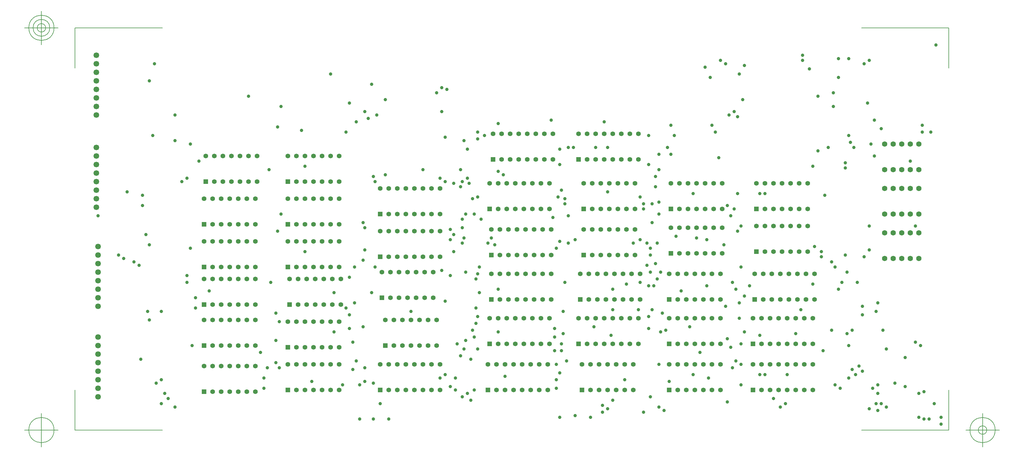
<source format=gbr>
G04 Generated by Ultiboard 14.1 *
%FSLAX24Y24*%
%MOIN*%

%ADD10C,0.0001*%
%ADD11C,0.0050*%
%ADD12C,0.0665*%
%ADD13C,0.0633*%
%ADD14C,0.0394*%
%ADD15C,0.0550*%
%ADD16R,0.0550X0.0550*%


G04 ColorRGB FF00CC for the following layer *
%LNSolder Mask Top*%
%LPD*%
G54D10*
G54D11*
X-35300Y-13100D02*
X-35300Y-8390D01*
X-35300Y-13100D02*
X-25080Y-13100D01*
X66900Y-13100D02*
X56680Y-13100D01*
X66900Y-13100D02*
X66900Y-8390D01*
X66900Y34004D02*
X66900Y29294D01*
X66900Y34004D02*
X56680Y34004D01*
X-35300Y34004D02*
X-25080Y34004D01*
X-35300Y34004D02*
X-35300Y29294D01*
X-37269Y-13100D02*
X-41206Y-13100D01*
X-39237Y-15069D02*
X-39237Y-11131D01*
X-40714Y-13100D02*
G75*
D01*
G02X-40714Y-13100I1477J0*
G01*
X68869Y-13100D02*
X72806Y-13100D01*
X70837Y-15069D02*
X70837Y-11131D01*
X69361Y-13100D02*
G75*
D01*
G02X69361Y-13100I1476J0*
G01*
X70345Y-13100D02*
G75*
D01*
G02X70345Y-13100I492J0*
G01*
X-37269Y34004D02*
X-41206Y34004D01*
X-39237Y32035D02*
X-39237Y35972D01*
X-40714Y34004D02*
G75*
D01*
G02X-40714Y34004I1477J0*
G01*
X-40221Y34004D02*
G75*
D01*
G02X-40221Y34004I984J0*
G01*
X-39729Y34004D02*
G75*
D01*
G02X-39729Y34004I492J0*
G01*
G54D12*
X-32600Y-2200D03*
X-32600Y-3200D03*
X-32600Y-4200D03*
X-32600Y-5200D03*
X-32600Y-6200D03*
X-32600Y-7200D03*
X-32600Y-8200D03*
X-32600Y-9200D03*
X-32600Y8400D03*
X-32600Y7400D03*
X-32600Y6400D03*
X-32600Y5400D03*
X-32600Y4400D03*
X-32600Y3400D03*
X-32600Y2400D03*
X-32600Y1400D03*
X-32800Y20000D03*
X-32800Y19000D03*
X-32800Y18000D03*
X-32800Y17000D03*
X-32800Y16000D03*
X-32800Y15000D03*
X-32800Y14000D03*
X-32800Y13000D03*
X-32800Y30800D03*
X-32800Y29800D03*
X-32800Y28800D03*
X-32800Y27800D03*
X-32800Y26800D03*
X-32800Y25800D03*
X-32800Y24800D03*
X-32800Y23800D03*
G54D13*
X60400Y10000D03*
X60400Y7000D03*
X63400Y10000D03*
X62400Y10000D03*
X61400Y10000D03*
X62400Y7000D03*
X63400Y7000D03*
X61400Y7000D03*
X59400Y10000D03*
X59400Y7000D03*
X60400Y15200D03*
X60400Y12200D03*
X63400Y15200D03*
X62400Y15200D03*
X61400Y15200D03*
X62400Y12200D03*
X63400Y12200D03*
X61400Y12200D03*
X59400Y15200D03*
X59400Y12200D03*
X60400Y20400D03*
X60400Y17400D03*
X63400Y20400D03*
X62400Y20400D03*
X61400Y20400D03*
X62400Y17400D03*
X63400Y17400D03*
X61400Y17400D03*
X59400Y20400D03*
X59400Y17400D03*
G54D14*
X27000Y20000D03*
X34000Y20000D03*
X7600Y24200D03*
X7600Y27000D03*
X11000Y-9600D03*
X32200Y11200D03*
X32200Y13400D03*
X31200Y13400D03*
X31800Y21400D03*
X59000Y22200D03*
X64000Y-8600D03*
X64000Y-11800D03*
X11400Y-8400D03*
X7400Y-7000D03*
X52000Y7800D03*
X51600Y19600D03*
X-3200Y25200D03*
X58600Y1800D03*
X58200Y23200D03*
X41000Y-9800D03*
X58600Y-10800D03*
X-600Y27400D03*
X41800Y12800D03*
X40800Y29800D03*
X59200Y-1400D03*
X57400Y25200D03*
X10600Y19800D03*
X-8400Y7800D03*
X-22800Y16000D03*
X-20800Y18400D03*
X23200Y9200D03*
X14200Y17200D03*
X11800Y21800D03*
X-26200Y21400D03*
X21400Y-11600D03*
X42800Y25600D03*
X9800Y17400D03*
X49800Y30800D03*
X-25200Y-7200D03*
X-13200Y-8200D03*
X59600Y-10400D03*
X8200Y26800D03*
X8000Y-6600D03*
X-12800Y-5800D03*
X-2400Y23000D03*
X-3600Y21800D03*
X-11800Y600D03*
X52000Y7200D03*
X54800Y7400D03*
X54800Y17600D03*
X56400Y-5600D03*
X53600Y6000D03*
X53400Y24800D03*
X10600Y16400D03*
X8600Y10400D03*
X33600Y-10800D03*
X-5400Y28600D03*
X42600Y10800D03*
X42400Y28600D03*
X-27600Y-4800D03*
X21000Y-8200D03*
X35600Y3200D03*
X14200Y-1600D03*
X55200Y-3200D03*
X61800Y-4600D03*
X64600Y-11800D03*
X66000Y-12400D03*
X-400Y-11800D03*
X-400Y-7600D03*
X44800Y14600D03*
X58000Y-8200D03*
X54200Y-8200D03*
X34200Y-7400D03*
X21400Y-6400D03*
X10000Y10600D03*
X10000Y11600D03*
X31800Y3800D03*
X52400Y14400D03*
X37000Y-6600D03*
X11000Y-4800D03*
X32200Y1000D03*
X27000Y14800D03*
X11800Y14200D03*
X13000Y8800D03*
X57600Y-10600D03*
X61800Y-8000D03*
X64800Y21800D03*
X37400Y9400D03*
X31800Y18000D03*
X21400Y18000D03*
X21400Y19800D03*
X33000Y12200D03*
X-19600Y3200D03*
X-30200Y7400D03*
X36600Y-1000D03*
X31800Y-1200D03*
X20600Y11800D03*
X55800Y20000D03*
X41600Y-5800D03*
X53200Y6600D03*
X1000Y25600D03*
X1000Y16800D03*
X-3200Y4800D03*
X59600Y-3600D03*
X40600Y8600D03*
X38600Y9200D03*
X32000Y8200D03*
X31600Y6200D03*
X10400Y5400D03*
X10400Y-2600D03*
X-8800Y22000D03*
X-26000Y29800D03*
X-26600Y8600D03*
X23200Y-11400D03*
X-23600Y23800D03*
X26600Y23000D03*
X20800Y-1200D03*
X20800Y-2200D03*
X14200Y3400D03*
X-3200Y-1200D03*
X41800Y24200D03*
X43000Y29600D03*
X-25200Y-10000D03*
X-2800Y-6000D03*
X27000Y-10600D03*
X-5000Y3000D03*
X-600Y3000D03*
X31200Y-11000D03*
X26400Y-11000D03*
X21800Y800D03*
X4000Y800D03*
X-27400Y13200D03*
X-12600Y17400D03*
X25400Y-1000D03*
X21800Y-1800D03*
X11400Y-2200D03*
X-2800Y-2800D03*
X37000Y14600D03*
X21200Y14200D03*
X51000Y17800D03*
X49800Y30200D03*
X-25800Y-7600D03*
X-13200Y-7000D03*
X27600Y-9600D03*
X65400Y32000D03*
X7000Y26400D03*
X8000Y16000D03*
X42000Y3400D03*
X54400Y4200D03*
X54000Y28200D03*
X0Y23800D03*
X-200Y16000D03*
X-1600Y6800D03*
X-1600Y-1000D03*
X-21600Y-3200D03*
X46400Y-9400D03*
X42600Y-5400D03*
X41400Y-3400D03*
X-5000Y-1600D03*
X55600Y-6000D03*
X25000Y-11600D03*
X1400Y-11800D03*
X56200Y4200D03*
X39000Y28200D03*
X-1400Y8000D03*
X55600Y-1400D03*
X38400Y29400D03*
X43000Y2600D03*
X56800Y1400D03*
X56800Y400D03*
X56800Y-6200D03*
X8600Y-8000D03*
X37800Y-4000D03*
X12600Y21400D03*
X8000Y21200D03*
X7400Y16400D03*
X9000Y7800D03*
X15000Y-6800D03*
X42200Y10200D03*
X41200Y23800D03*
X14800Y16800D03*
X22400Y8800D03*
X38600Y3800D03*
X32400Y3800D03*
X12000Y6000D03*
X12000Y3000D03*
X11600Y-600D03*
X45400Y14600D03*
X55000Y-1800D03*
X44800Y-2000D03*
X33000Y-5400D03*
X33000Y-10400D03*
X47200Y-10400D03*
X49600Y1000D03*
X55000Y5400D03*
X54800Y18200D03*
X-27800Y6200D03*
X33200Y-1600D03*
X27400Y-2000D03*
X11600Y1200D03*
X11200Y-1400D03*
X21600Y15000D03*
X58600Y-7800D03*
X53600Y-7800D03*
X42600Y-7800D03*
X22400Y20000D03*
X52800Y20000D03*
X51000Y4000D03*
X42000Y-5000D03*
X38800Y-7000D03*
X5400Y17400D03*
X49000Y-1800D03*
X31200Y12800D03*
X30800Y14200D03*
X23000Y20000D03*
X25600Y20000D03*
X42400Y0D03*
X42400Y1800D03*
X43600Y3800D03*
X32800Y8800D03*
X-26600Y27800D03*
X-21200Y2400D03*
X-29600Y7000D03*
X33400Y600D03*
X33800Y-1400D03*
X-22200Y5000D03*
X-21800Y8200D03*
X-21800Y20400D03*
X10000Y-9200D03*
X-2400Y-5000D03*
X-2600Y1800D03*
X11800Y200D03*
X50600Y29200D03*
X-24800Y-8800D03*
X57600Y30200D03*
X12200Y11600D03*
X21600Y-3000D03*
X63000Y10800D03*
X57600Y10800D03*
X32000Y5400D03*
X-2600Y6000D03*
X-200Y6000D03*
X27600Y1000D03*
X42600Y-3000D03*
X-21200Y1200D03*
X-26600Y-200D03*
X-2000Y-11800D03*
X-2000Y-7800D03*
X-4000Y-7800D03*
X57600Y8000D03*
X58200Y19000D03*
X40000Y18800D03*
X41000Y13200D03*
X-1400Y-7400D03*
X-1400Y-5800D03*
X-11400Y-5800D03*
X-11400Y-400D03*
X-3600Y1200D03*
X8000Y2000D03*
X-11800Y-2600D03*
X-11800Y-5200D03*
X-7600Y-7400D03*
X13400Y9400D03*
X59000Y-10000D03*
X65200Y-10000D03*
X-1600Y11200D03*
X57000Y7200D03*
X57000Y29800D03*
X-25200Y800D03*
X55400Y20600D03*
X41600Y4200D03*
X29000Y-7200D03*
X21000Y-7200D03*
X10600Y-8800D03*
X-23600Y-10400D03*
X-23600Y20800D03*
X10200Y20800D03*
X9800Y15400D03*
X7600Y5600D03*
X-11600Y10200D03*
X-8400Y17800D03*
X-22200Y16400D03*
X57800Y20400D03*
X58400Y800D03*
X55200Y-7000D03*
X21000Y8200D03*
X13800Y8600D03*
X11400Y12200D03*
X10400Y12200D03*
X10000Y8800D03*
X10200Y-3600D03*
X11800Y-3600D03*
X33000Y13600D03*
X33000Y17400D03*
X51200Y8400D03*
X56000Y-6600D03*
X47800Y-10000D03*
X58400Y-10000D03*
X63800Y22600D03*
X39200Y22600D03*
X-1400Y24200D03*
X-1400Y10600D03*
X52200Y-3800D03*
X54000Y30400D03*
X-32600Y12000D03*
X-11200Y12200D03*
X14200Y22800D03*
X-11600Y22400D03*
X9800Y-4400D03*
X22000Y14000D03*
X42200Y14600D03*
X42200Y23600D03*
X10800Y15800D03*
X10200Y9400D03*
X9400Y-3000D03*
X51600Y26000D03*
X10000Y16000D03*
X8600Y9200D03*
X60600Y-7600D03*
X63800Y21800D03*
X39600Y21800D03*
X-11200Y24800D03*
X41400Y12000D03*
X40200Y30200D03*
X-24400Y-9400D03*
X-13600Y-4000D03*
X44800Y-6600D03*
X33200Y5400D03*
X32800Y4600D03*
X30800Y4200D03*
X21600Y-3800D03*
X20800Y-3800D03*
X41000Y-2400D03*
X32000Y-9200D03*
X26400Y-10200D03*
X400Y-10000D03*
X54000Y3400D03*
X53400Y26400D03*
X9000Y15800D03*
X9000Y9800D03*
X43000Y-1600D03*
X53200Y-1400D03*
X-15000Y26000D03*
X31600Y8800D03*
X30000Y8800D03*
X22400Y12000D03*
X11200Y14000D03*
X8600Y5000D03*
X-26800Y800D03*
X34800Y21400D03*
X55200Y21400D03*
X55200Y30400D03*
X66000Y-11600D03*
X63400Y-11600D03*
X63400Y-8800D03*
X58600Y-8800D03*
X9200Y-7000D03*
X9200Y-8400D03*
X11800Y5200D03*
X-3200Y400D03*
X-12400Y4200D03*
X-22200Y4200D03*
X32600Y15400D03*
X48000Y-6600D03*
X45400Y-6600D03*
X32600Y16600D03*
X33000Y19200D03*
X34400Y19200D03*
X34400Y22600D03*
X11800Y21000D03*
X-400Y16600D03*
X31800Y200D03*
X30600Y1000D03*
X-27400Y14400D03*
X-29200Y14800D03*
X27600Y3400D03*
X22200Y-5000D03*
X21000Y-5400D03*
X32000Y7400D03*
X29200Y4000D03*
X62400Y18400D03*
X63000Y-2800D03*
X42600Y6000D03*
X32600Y6400D03*
X30800Y9200D03*
X-28400Y6600D03*
X11600Y4600D03*
X22000Y13400D03*
X21400Y9000D03*
X63600Y-3200D03*
X22000Y4200D03*
X35000Y9600D03*
X40800Y1400D03*
X20400Y23200D03*
X-1000Y23400D03*
X-27000Y9800D03*
G54D15*
X34200Y5200D03*
X37200Y2200D03*
X35200Y2200D03*
X36200Y2200D03*
X38200Y2200D03*
X39200Y2200D03*
X40200Y2200D03*
X40200Y5200D03*
X37200Y5200D03*
X35200Y5200D03*
X36200Y5200D03*
X38200Y5200D03*
X39200Y5200D03*
X34200Y0D03*
X37200Y-3000D03*
X35200Y-3000D03*
X36200Y-3000D03*
X38200Y-3000D03*
X39200Y-3000D03*
X40200Y-3000D03*
X40200Y0D03*
X37200Y0D03*
X35200Y0D03*
X36200Y0D03*
X38200Y0D03*
X39200Y0D03*
X34200Y-5400D03*
X37200Y-8400D03*
X35200Y-8400D03*
X36200Y-8400D03*
X38200Y-8400D03*
X39200Y-8400D03*
X40200Y-8400D03*
X40200Y-5400D03*
X37200Y-5400D03*
X35200Y-5400D03*
X36200Y-5400D03*
X38200Y-5400D03*
X39200Y-5400D03*
X44400Y10800D03*
X47400Y7800D03*
X45400Y7800D03*
X46400Y7800D03*
X48400Y7800D03*
X49400Y7800D03*
X50400Y7800D03*
X50400Y10800D03*
X47400Y10800D03*
X45400Y10800D03*
X46400Y10800D03*
X48400Y10800D03*
X49400Y10800D03*
X44400Y15800D03*
X47400Y12800D03*
X45400Y12800D03*
X46400Y12800D03*
X48400Y12800D03*
X49400Y12800D03*
X50400Y12800D03*
X50400Y15800D03*
X47400Y15800D03*
X45400Y15800D03*
X46400Y15800D03*
X48400Y15800D03*
X49400Y15800D03*
X-20000Y19000D03*
X-17000Y16000D03*
X-19000Y16000D03*
X-18000Y16000D03*
X-16000Y16000D03*
X-15000Y16000D03*
X-14000Y16000D03*
X-14000Y19000D03*
X-17000Y19000D03*
X-19000Y19000D03*
X-18000Y19000D03*
X-16000Y19000D03*
X-15000Y19000D03*
X-10400Y19000D03*
X-7400Y16000D03*
X-9400Y16000D03*
X-8400Y16000D03*
X-6400Y16000D03*
X-5400Y16000D03*
X-4400Y16000D03*
X-4400Y19000D03*
X-7400Y19000D03*
X-9400Y19000D03*
X-8400Y19000D03*
X-6400Y19000D03*
X-5400Y19000D03*
X-20200Y14000D03*
X-17200Y11000D03*
X-19200Y11000D03*
X-18200Y11000D03*
X-16200Y11000D03*
X-15200Y11000D03*
X-14200Y11000D03*
X-14200Y14000D03*
X-17200Y14000D03*
X-19200Y14000D03*
X-18200Y14000D03*
X-16200Y14000D03*
X-15200Y14000D03*
X-10400Y14000D03*
X-7400Y11000D03*
X-9400Y11000D03*
X-8400Y11000D03*
X-6400Y11000D03*
X-5400Y11000D03*
X-4400Y11000D03*
X-4400Y14000D03*
X-7400Y14000D03*
X-9400Y14000D03*
X-8400Y14000D03*
X-6400Y14000D03*
X-5400Y14000D03*
X-20200Y9000D03*
X-17200Y6000D03*
X-19200Y6000D03*
X-18200Y6000D03*
X-16200Y6000D03*
X-15200Y6000D03*
X-14200Y6000D03*
X-14200Y9000D03*
X-17200Y9000D03*
X-19200Y9000D03*
X-18200Y9000D03*
X-16200Y9000D03*
X-15200Y9000D03*
X-10400Y9000D03*
X-7400Y6000D03*
X-9400Y6000D03*
X-8400Y6000D03*
X-6400Y6000D03*
X-5400Y6000D03*
X-4400Y6000D03*
X-4400Y9000D03*
X-7400Y9000D03*
X-9400Y9000D03*
X-8400Y9000D03*
X-6400Y9000D03*
X-5400Y9000D03*
X-20200Y4600D03*
X-17200Y1600D03*
X-19200Y1600D03*
X-18200Y1600D03*
X-16200Y1600D03*
X-15200Y1600D03*
X-14200Y1600D03*
X-14200Y4600D03*
X-17200Y4600D03*
X-19200Y4600D03*
X-18200Y4600D03*
X-16200Y4600D03*
X-15200Y4600D03*
X-10200Y4600D03*
X-7200Y1600D03*
X-9200Y1600D03*
X-8200Y1600D03*
X-6200Y1600D03*
X-5200Y1600D03*
X-4200Y1600D03*
X-4200Y4600D03*
X-7200Y4600D03*
X-9200Y4600D03*
X-8200Y4600D03*
X-6200Y4600D03*
X-5200Y4600D03*
X-20200Y-200D03*
X-17200Y-3200D03*
X-19200Y-3200D03*
X-18200Y-3200D03*
X-16200Y-3200D03*
X-15200Y-3200D03*
X-14200Y-3200D03*
X-14200Y-200D03*
X-17200Y-200D03*
X-19200Y-200D03*
X-18200Y-200D03*
X-16200Y-200D03*
X-15200Y-200D03*
X-10400Y-400D03*
X-7400Y-3400D03*
X-9400Y-3400D03*
X-8400Y-3400D03*
X-6400Y-3400D03*
X-5400Y-3400D03*
X-4400Y-3400D03*
X-4400Y-400D03*
X-7400Y-400D03*
X-9400Y-400D03*
X-8400Y-400D03*
X-6400Y-400D03*
X-5400Y-400D03*
X-20200Y-5600D03*
X-17200Y-8600D03*
X-19200Y-8600D03*
X-18200Y-8600D03*
X-16200Y-8600D03*
X-15200Y-8600D03*
X-14200Y-8600D03*
X-14200Y-5600D03*
X-17200Y-5600D03*
X-19200Y-5600D03*
X-18200Y-5600D03*
X-16200Y-5600D03*
X-15200Y-5600D03*
X-10400Y-5400D03*
X-7400Y-8400D03*
X-9400Y-8400D03*
X-8400Y-8400D03*
X-6400Y-8400D03*
X-5400Y-8400D03*
X-4400Y-8400D03*
X-4400Y-5400D03*
X-7400Y-5400D03*
X-9400Y-5400D03*
X-8400Y-5400D03*
X-6400Y-5400D03*
X-5400Y-5400D03*
X400Y10200D03*
X2400Y7200D03*
X1400Y7200D03*
X3400Y7200D03*
X5400Y7200D03*
X4400Y7200D03*
X6400Y7200D03*
X7400Y7200D03*
X6400Y10200D03*
X3400Y10200D03*
X2400Y10200D03*
X1400Y10200D03*
X5400Y10200D03*
X4400Y10200D03*
X7400Y10200D03*
X400Y15200D03*
X2400Y12200D03*
X1400Y12200D03*
X3400Y12200D03*
X5400Y12200D03*
X4400Y12200D03*
X6400Y12200D03*
X7400Y12200D03*
X6400Y15200D03*
X3400Y15200D03*
X2400Y15200D03*
X1400Y15200D03*
X5400Y15200D03*
X4400Y15200D03*
X7400Y15200D03*
X600Y5400D03*
X3600Y2400D03*
X1600Y2400D03*
X2600Y2400D03*
X4600Y2400D03*
X5600Y2400D03*
X6600Y2400D03*
X6600Y5400D03*
X3600Y5400D03*
X1600Y5400D03*
X2600Y5400D03*
X4600Y5400D03*
X5600Y5400D03*
X1000Y-200D03*
X4000Y-3200D03*
X2000Y-3200D03*
X3000Y-3200D03*
X5000Y-3200D03*
X6000Y-3200D03*
X7000Y-3200D03*
X7000Y-200D03*
X4000Y-200D03*
X2000Y-200D03*
X3000Y-200D03*
X5000Y-200D03*
X6000Y-200D03*
X400Y-5400D03*
X2400Y-8400D03*
X1400Y-8400D03*
X3400Y-8400D03*
X5400Y-8400D03*
X4400Y-8400D03*
X6400Y-8400D03*
X7400Y-8400D03*
X6400Y-5400D03*
X3400Y-5400D03*
X2400Y-5400D03*
X1400Y-5400D03*
X5400Y-5400D03*
X4400Y-5400D03*
X7400Y-5400D03*
X13600Y21600D03*
X15600Y18600D03*
X14600Y18600D03*
X16600Y18600D03*
X18600Y18600D03*
X17600Y18600D03*
X19600Y18600D03*
X20600Y18600D03*
X19600Y21600D03*
X16600Y21600D03*
X15600Y21600D03*
X14600Y21600D03*
X18600Y21600D03*
X17600Y21600D03*
X20600Y21600D03*
X13200Y15800D03*
X15200Y12800D03*
X14200Y12800D03*
X16200Y12800D03*
X18200Y12800D03*
X17200Y12800D03*
X19200Y12800D03*
X20200Y12800D03*
X19200Y15800D03*
X16200Y15800D03*
X15200Y15800D03*
X14200Y15800D03*
X18200Y15800D03*
X17200Y15800D03*
X20200Y15800D03*
X13400Y10400D03*
X15400Y7400D03*
X14400Y7400D03*
X16400Y7400D03*
X18400Y7400D03*
X17400Y7400D03*
X19400Y7400D03*
X20400Y7400D03*
X19400Y10400D03*
X16400Y10400D03*
X15400Y10400D03*
X14400Y10400D03*
X18400Y10400D03*
X17400Y10400D03*
X20400Y10400D03*
X13400Y5200D03*
X15400Y2200D03*
X14400Y2200D03*
X16400Y2200D03*
X18400Y2200D03*
X17400Y2200D03*
X19400Y2200D03*
X20400Y2200D03*
X19400Y5200D03*
X16400Y5200D03*
X15400Y5200D03*
X14400Y5200D03*
X18400Y5200D03*
X17400Y5200D03*
X20400Y5200D03*
X13200Y0D03*
X15200Y-3000D03*
X14200Y-3000D03*
X16200Y-3000D03*
X18200Y-3000D03*
X17200Y-3000D03*
X19200Y-3000D03*
X20200Y-3000D03*
X19200Y0D03*
X16200Y0D03*
X15200Y0D03*
X14200Y0D03*
X18200Y0D03*
X17200Y0D03*
X20200Y0D03*
X13000Y-5400D03*
X15000Y-8400D03*
X14000Y-8400D03*
X16000Y-8400D03*
X18000Y-8400D03*
X17000Y-8400D03*
X19000Y-8400D03*
X20000Y-8400D03*
X19000Y-5400D03*
X16000Y-5400D03*
X15000Y-5400D03*
X14000Y-5400D03*
X18000Y-5400D03*
X17000Y-5400D03*
X20000Y-5400D03*
X23600Y21600D03*
X25600Y18600D03*
X24600Y18600D03*
X26600Y18600D03*
X28600Y18600D03*
X27600Y18600D03*
X29600Y18600D03*
X30600Y18600D03*
X29600Y21600D03*
X26600Y21600D03*
X25600Y21600D03*
X24600Y21600D03*
X28600Y21600D03*
X27600Y21600D03*
X30600Y21600D03*
X24200Y15800D03*
X27200Y12800D03*
X25200Y12800D03*
X26200Y12800D03*
X28200Y12800D03*
X29200Y12800D03*
X30200Y12800D03*
X30200Y15800D03*
X27200Y15800D03*
X25200Y15800D03*
X26200Y15800D03*
X28200Y15800D03*
X29200Y15800D03*
X24200Y10400D03*
X27200Y7400D03*
X25200Y7400D03*
X26200Y7400D03*
X28200Y7400D03*
X29200Y7400D03*
X30200Y7400D03*
X30200Y10400D03*
X27200Y10400D03*
X25200Y10400D03*
X26200Y10400D03*
X28200Y10400D03*
X29200Y10400D03*
X23800Y5200D03*
X25800Y2200D03*
X24800Y2200D03*
X26800Y2200D03*
X28800Y2200D03*
X27800Y2200D03*
X29800Y2200D03*
X30800Y2200D03*
X29800Y5200D03*
X26800Y5200D03*
X25800Y5200D03*
X24800Y5200D03*
X28800Y5200D03*
X27800Y5200D03*
X30800Y5200D03*
X23600Y0D03*
X25600Y-3000D03*
X24600Y-3000D03*
X26600Y-3000D03*
X28600Y-3000D03*
X27600Y-3000D03*
X29600Y-3000D03*
X30600Y-3000D03*
X29600Y0D03*
X26600Y0D03*
X25600Y0D03*
X24600Y0D03*
X28600Y0D03*
X27600Y0D03*
X30600Y0D03*
X24000Y-5400D03*
X27000Y-8400D03*
X25000Y-8400D03*
X26000Y-8400D03*
X28000Y-8400D03*
X29000Y-8400D03*
X30000Y-8400D03*
X30000Y-5400D03*
X27000Y-5400D03*
X25000Y-5400D03*
X26000Y-5400D03*
X28000Y-5400D03*
X29000Y-5400D03*
X34400Y15800D03*
X37400Y12800D03*
X35400Y12800D03*
X36400Y12800D03*
X38400Y12800D03*
X39400Y12800D03*
X40400Y12800D03*
X40400Y15800D03*
X37400Y15800D03*
X35400Y15800D03*
X36400Y15800D03*
X38400Y15800D03*
X39400Y15800D03*
X34400Y10600D03*
X37400Y7600D03*
X35400Y7600D03*
X36400Y7600D03*
X38400Y7600D03*
X39400Y7600D03*
X40400Y7600D03*
X40400Y10600D03*
X37400Y10600D03*
X35400Y10600D03*
X36400Y10600D03*
X38400Y10600D03*
X39400Y10600D03*
X44200Y5200D03*
X46200Y2200D03*
X45200Y2200D03*
X47200Y2200D03*
X49200Y2200D03*
X48200Y2200D03*
X50200Y2200D03*
X51200Y2200D03*
X50200Y5200D03*
X47200Y5200D03*
X46200Y5200D03*
X45200Y5200D03*
X49200Y5200D03*
X48200Y5200D03*
X51200Y5200D03*
X44000Y0D03*
X46000Y-3000D03*
X45000Y-3000D03*
X47000Y-3000D03*
X49000Y-3000D03*
X48000Y-3000D03*
X50000Y-3000D03*
X51000Y-3000D03*
X50000Y0D03*
X47000Y0D03*
X46000Y0D03*
X45000Y0D03*
X49000Y0D03*
X48000Y0D03*
X51000Y0D03*
X44000Y-5400D03*
X46000Y-8400D03*
X45000Y-8400D03*
X47000Y-8400D03*
X49000Y-8400D03*
X48000Y-8400D03*
X50000Y-8400D03*
X51000Y-8400D03*
X50000Y-5400D03*
X47000Y-5400D03*
X46000Y-5400D03*
X45000Y-5400D03*
X49000Y-5400D03*
X48000Y-5400D03*
X51000Y-5400D03*
G54D16*
X34200Y2200D03*
X34200Y-3000D03*
X34200Y-8400D03*
X44400Y7800D03*
X44400Y12800D03*
X-20000Y16000D03*
X-10400Y16000D03*
X-20200Y11000D03*
X-10400Y11000D03*
X-20200Y6000D03*
X-10400Y6000D03*
X-20200Y1600D03*
X-10200Y1600D03*
X-20200Y-3200D03*
X-10400Y-3400D03*
X-20200Y-8600D03*
X-10400Y-8400D03*
X400Y7200D03*
X400Y12200D03*
X600Y2400D03*
X1000Y-3200D03*
X400Y-8400D03*
X13600Y18600D03*
X13200Y12800D03*
X13400Y7400D03*
X13400Y2200D03*
X13200Y-3000D03*
X13000Y-8400D03*
X23600Y18600D03*
X24200Y12800D03*
X24200Y7400D03*
X23800Y2200D03*
X23600Y-3000D03*
X24000Y-8400D03*
X34400Y12800D03*
X34400Y7600D03*
X44200Y2200D03*
X44000Y-3000D03*
X44000Y-8400D03*

M02*

</source>
